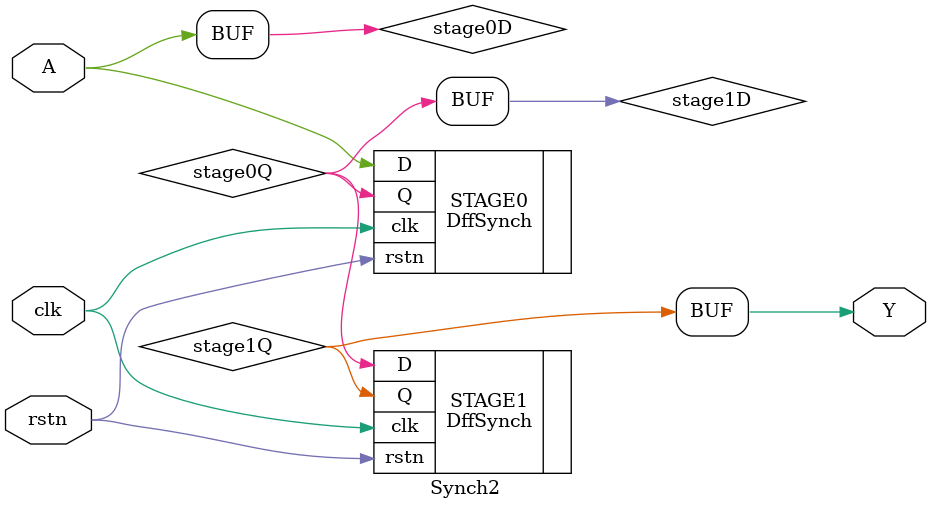
<source format=v>
/*
 * Synch2.v
 * 
 * "Simple 2 cycle synchronizer to synch signals and mitigate metastability"
 */
module Synch2 (
    // Basic I/O.
    input  A,
    output Y,
    
    // Common signals.
    input  clk,
    input  rstn
);

//////////////////////////////////
// -- Internal Signals/Wires -- //
//////////////////////////////////

// Dff Stage wires.
wire stage0D, stage0Q;
wire stage1D, stage1Q;

///////////////////////////////////////
// -- Functional Blocks/Instances -- //
///////////////////////////////////////

//------------------------------------------------------------------------------
// Two Dffs implementing two stages of synchronizer.
DffSynch STAGE0 (
    .D(stage0D),
    .Q(stage0Q),
    .clk(clk),
    .rstn(rstn)
);
DffSynch STAGE1 (
    .D(stage1D),
    .Q(stage1Q),
    .clk(clk),
    .rstn(rstn)
);

///////////////////////////////////////////
// -- Connections/Combinational Logic -- //
///////////////////////////////////////////

//------------------------------------------------------------------------------
// Create "pipeline" through each stage.
assign stage0D = A;
assign stage1D = stage0Q;
assign Y = stage1Q;

endmodule

</source>
